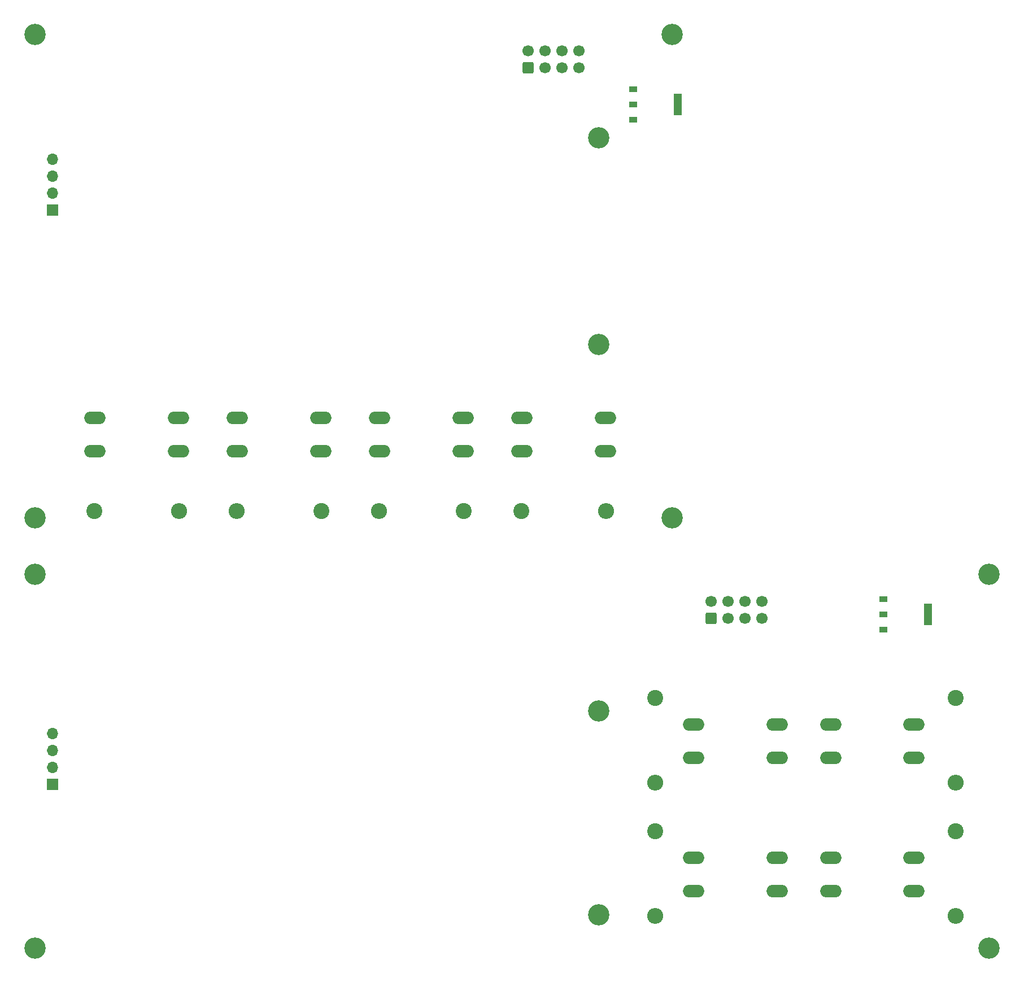
<source format=gbr>
%TF.GenerationSoftware,KiCad,Pcbnew,8.0.1*%
%TF.CreationDate,2024-04-25T15:56:32+03:00*%
%TF.ProjectId,Modul_Lcd_Butoane,4d6f6475-6c5f-44c6-9364-5f4275746f61,V1*%
%TF.SameCoordinates,Original*%
%TF.FileFunction,Soldermask,Top*%
%TF.FilePolarity,Negative*%
%FSLAX46Y46*%
G04 Gerber Fmt 4.6, Leading zero omitted, Abs format (unit mm)*
G04 Created by KiCad (PCBNEW 8.0.1) date 2024-04-25 15:56:32*
%MOMM*%
%LPD*%
G01*
G04 APERTURE LIST*
G04 Aperture macros list*
%AMRoundRect*
0 Rectangle with rounded corners*
0 $1 Rounding radius*
0 $2 $3 $4 $5 $6 $7 $8 $9 X,Y pos of 4 corners*
0 Add a 4 corners polygon primitive as box body*
4,1,4,$2,$3,$4,$5,$6,$7,$8,$9,$2,$3,0*
0 Add four circle primitives for the rounded corners*
1,1,$1+$1,$2,$3*
1,1,$1+$1,$4,$5*
1,1,$1+$1,$6,$7*
1,1,$1+$1,$8,$9*
0 Add four rect primitives between the rounded corners*
20,1,$1+$1,$2,$3,$4,$5,0*
20,1,$1+$1,$4,$5,$6,$7,0*
20,1,$1+$1,$6,$7,$8,$9,0*
20,1,$1+$1,$8,$9,$2,$3,0*%
G04 Aperture macros list end*
%ADD10C,3.200000*%
%ADD11O,3.200000X1.900000*%
%ADD12C,2.400000*%
%ADD13O,2.400000X2.400000*%
%ADD14R,1.700000X1.700000*%
%ADD15O,1.700000X1.700000*%
%ADD16RoundRect,0.250000X0.600000X-0.600000X0.600000X0.600000X-0.600000X0.600000X-0.600000X-0.600000X0*%
%ADD17C,1.700000*%
%ADD18R,1.300000X0.950000*%
%ADD19R,1.300000X3.250000*%
G04 APERTURE END LIST*
D10*
%TO.C,H16*%
X109000000Y-178000000D03*
%TD*%
%TO.C,H15*%
X109000000Y-147500000D03*
%TD*%
%TO.C,H14*%
X120000000Y-46000000D03*
%TD*%
%TO.C,H13*%
X109000000Y-61500000D03*
%TD*%
%TO.C,H12*%
X24500000Y-46000000D03*
%TD*%
%TO.C,H11*%
X109000000Y-92500000D03*
%TD*%
%TO.C,H6*%
X24500000Y-118500000D03*
%TD*%
%TO.C,H5*%
X120000000Y-118500000D03*
%TD*%
%TO.C,H4*%
X167500000Y-183000000D03*
%TD*%
%TO.C,H3*%
X24500000Y-183000000D03*
%TD*%
%TO.C,H2*%
X167500000Y-127000000D03*
%TD*%
%TO.C,H1*%
X24500000Y-127000000D03*
%TD*%
D11*
%TO.C,SW14*%
X33500000Y-103500000D03*
X46000000Y-103500000D03*
X33500000Y-108500000D03*
X46000000Y-108500000D03*
%TD*%
%TO.C,SW13*%
X54833333Y-103500000D03*
X67333333Y-103500000D03*
X54833333Y-108500000D03*
X67333333Y-108500000D03*
%TD*%
%TO.C,SW12*%
X110000000Y-108500000D03*
X97500000Y-108500000D03*
X110000000Y-103500000D03*
X97500000Y-103500000D03*
%TD*%
%TO.C,SW11*%
X76166666Y-103500000D03*
X88666666Y-103500000D03*
X76166666Y-108500000D03*
X88666666Y-108500000D03*
%TD*%
D12*
%TO.C,R14*%
X33400000Y-117500000D03*
D13*
X46100000Y-117500000D03*
%TD*%
%TO.C,R13*%
X54733333Y-117500000D03*
D12*
X67433333Y-117500000D03*
%TD*%
D13*
%TO.C,R12*%
X110100000Y-117500000D03*
D12*
X97400000Y-117500000D03*
%TD*%
D13*
%TO.C,R11*%
X76066666Y-117500000D03*
D12*
X88766666Y-117500000D03*
%TD*%
D14*
%TO.C,J12*%
X27100000Y-72350000D03*
D15*
X27100000Y-69810000D03*
X27100000Y-67270000D03*
X27100000Y-64730000D03*
%TD*%
D16*
%TO.C,J11*%
X98380000Y-51040000D03*
D17*
X98380000Y-48500000D03*
X100920000Y-51040000D03*
X100920000Y-48500000D03*
X103460000Y-51040000D03*
X103460000Y-48500000D03*
X106000000Y-51040000D03*
X106000000Y-48500000D03*
%TD*%
D15*
%TO.C,J2*%
X27100000Y-150880000D03*
X27100000Y-153420000D03*
X27100000Y-155960000D03*
D14*
X27100000Y-158500000D03*
%TD*%
D18*
%TO.C,IC11*%
X114150000Y-54210000D03*
X114150000Y-56500000D03*
X114150000Y-58790000D03*
D19*
X120850000Y-56500000D03*
%TD*%
D18*
%TO.C,IC1*%
X151650000Y-130710000D03*
X151650000Y-133000000D03*
X151650000Y-135290000D03*
D19*
X158350000Y-133000000D03*
%TD*%
D11*
%TO.C,SW4*%
X123250000Y-149500000D03*
X135750000Y-149500000D03*
X123250000Y-154500000D03*
X135750000Y-154500000D03*
%TD*%
%TO.C,SW3*%
X143750000Y-149500000D03*
X156250000Y-149500000D03*
X143750000Y-154500000D03*
X156250000Y-154500000D03*
%TD*%
%TO.C,SW2*%
X143750000Y-169500000D03*
X156250000Y-169500000D03*
X143750000Y-174500000D03*
X156250000Y-174500000D03*
%TD*%
%TO.C,SW1*%
X123250000Y-169500000D03*
X135750000Y-169500000D03*
X123250000Y-174500000D03*
X135750000Y-174500000D03*
%TD*%
D12*
%TO.C,R4*%
X117500000Y-145500000D03*
D13*
X117500000Y-158200000D03*
%TD*%
D12*
%TO.C,R3*%
X162500000Y-145500000D03*
D13*
X162500000Y-158200000D03*
%TD*%
D12*
%TO.C,R2*%
X162500000Y-165500000D03*
D13*
X162500000Y-178200000D03*
%TD*%
D12*
%TO.C,R1*%
X117500000Y-165500000D03*
D13*
X117500000Y-178200000D03*
%TD*%
D16*
%TO.C,J1*%
X125880000Y-133540000D03*
D17*
X125880000Y-131000000D03*
X128420000Y-133540000D03*
X128420000Y-131000000D03*
X130960000Y-133540000D03*
X130960000Y-131000000D03*
X133500000Y-133540000D03*
X133500000Y-131000000D03*
%TD*%
M02*

</source>
